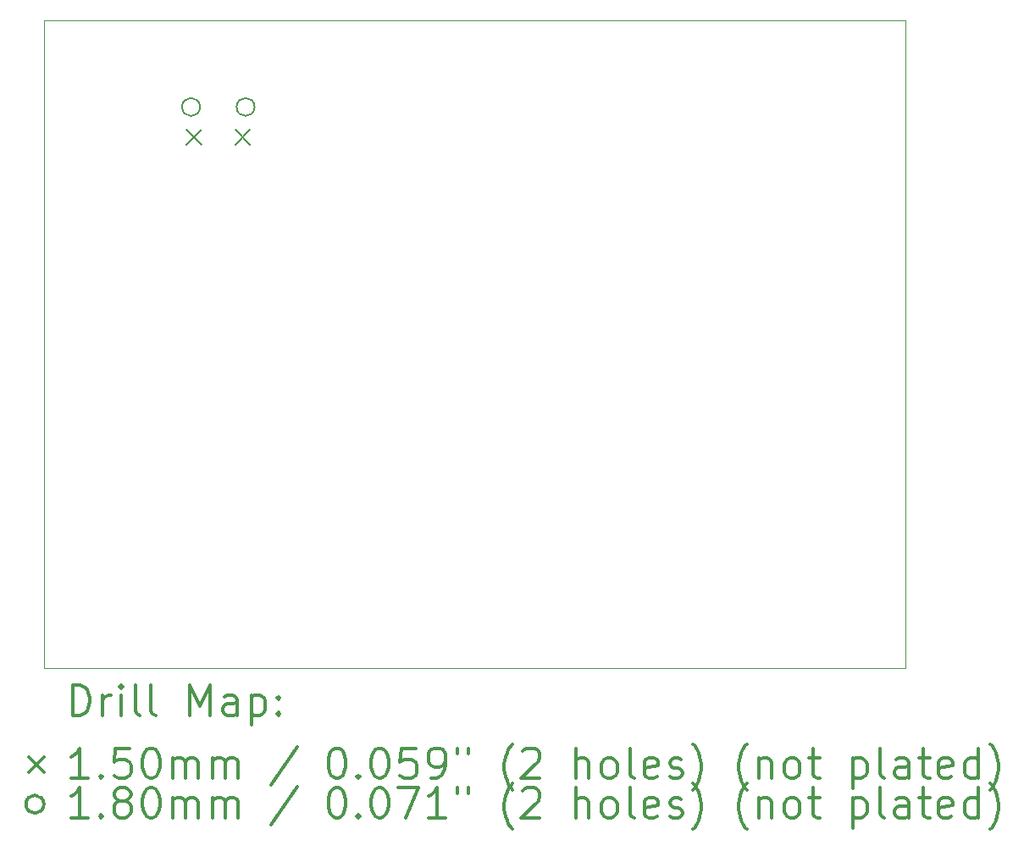
<source format=gbr>
%FSLAX45Y45*%
G04 Gerber Fmt 4.5, Leading zero omitted, Abs format (unit mm)*
G04 Created by KiCad (PCBNEW (5.1.9)-1) date 2022-01-22 22:11:41*
%MOMM*%
%LPD*%
G01*
G04 APERTURE LIST*
%TA.AperFunction,Profile*%
%ADD10C,0.100000*%
%TD*%
%ADD11C,0.200000*%
%ADD12C,0.300000*%
G04 APERTURE END LIST*
D10*
X10820400Y-2184400D02*
X10820400Y-8661400D01*
X2209800Y-2184400D02*
X10820400Y-2184400D01*
X2209800Y-8661400D02*
X2209800Y-2184400D01*
X10820400Y-8661400D02*
X2209800Y-8661400D01*
D11*
X3630500Y-3278800D02*
X3780500Y-3428800D01*
X3780500Y-3278800D02*
X3630500Y-3428800D01*
X4115500Y-3278800D02*
X4265500Y-3428800D01*
X4265500Y-3278800D02*
X4115500Y-3428800D01*
X3765500Y-3050800D02*
G75*
G03*
X3765500Y-3050800I-90000J0D01*
G01*
X4310500Y-3050800D02*
G75*
G03*
X4310500Y-3050800I-90000J0D01*
G01*
D12*
X2491228Y-9132114D02*
X2491228Y-8832114D01*
X2562657Y-8832114D01*
X2605514Y-8846400D01*
X2634086Y-8874972D01*
X2648371Y-8903543D01*
X2662657Y-8960686D01*
X2662657Y-9003543D01*
X2648371Y-9060686D01*
X2634086Y-9089257D01*
X2605514Y-9117829D01*
X2562657Y-9132114D01*
X2491228Y-9132114D01*
X2791228Y-9132114D02*
X2791228Y-8932114D01*
X2791228Y-8989257D02*
X2805514Y-8960686D01*
X2819800Y-8946400D01*
X2848371Y-8932114D01*
X2876943Y-8932114D01*
X2976943Y-9132114D02*
X2976943Y-8932114D01*
X2976943Y-8832114D02*
X2962657Y-8846400D01*
X2976943Y-8860686D01*
X2991228Y-8846400D01*
X2976943Y-8832114D01*
X2976943Y-8860686D01*
X3162657Y-9132114D02*
X3134086Y-9117829D01*
X3119800Y-9089257D01*
X3119800Y-8832114D01*
X3319800Y-9132114D02*
X3291228Y-9117829D01*
X3276943Y-9089257D01*
X3276943Y-8832114D01*
X3662657Y-9132114D02*
X3662657Y-8832114D01*
X3762657Y-9046400D01*
X3862657Y-8832114D01*
X3862657Y-9132114D01*
X4134086Y-9132114D02*
X4134086Y-8974972D01*
X4119800Y-8946400D01*
X4091228Y-8932114D01*
X4034086Y-8932114D01*
X4005514Y-8946400D01*
X4134086Y-9117829D02*
X4105514Y-9132114D01*
X4034086Y-9132114D01*
X4005514Y-9117829D01*
X3991228Y-9089257D01*
X3991228Y-9060686D01*
X4005514Y-9032114D01*
X4034086Y-9017829D01*
X4105514Y-9017829D01*
X4134086Y-9003543D01*
X4276943Y-8932114D02*
X4276943Y-9232114D01*
X4276943Y-8946400D02*
X4305514Y-8932114D01*
X4362657Y-8932114D01*
X4391228Y-8946400D01*
X4405514Y-8960686D01*
X4419800Y-8989257D01*
X4419800Y-9074972D01*
X4405514Y-9103543D01*
X4391228Y-9117829D01*
X4362657Y-9132114D01*
X4305514Y-9132114D01*
X4276943Y-9117829D01*
X4548371Y-9103543D02*
X4562657Y-9117829D01*
X4548371Y-9132114D01*
X4534086Y-9117829D01*
X4548371Y-9103543D01*
X4548371Y-9132114D01*
X4548371Y-8946400D02*
X4562657Y-8960686D01*
X4548371Y-8974972D01*
X4534086Y-8960686D01*
X4548371Y-8946400D01*
X4548371Y-8974972D01*
X2054800Y-9551400D02*
X2204800Y-9701400D01*
X2204800Y-9551400D02*
X2054800Y-9701400D01*
X2648371Y-9762114D02*
X2476943Y-9762114D01*
X2562657Y-9762114D02*
X2562657Y-9462114D01*
X2534086Y-9504972D01*
X2505514Y-9533543D01*
X2476943Y-9547829D01*
X2776943Y-9733543D02*
X2791228Y-9747829D01*
X2776943Y-9762114D01*
X2762657Y-9747829D01*
X2776943Y-9733543D01*
X2776943Y-9762114D01*
X3062657Y-9462114D02*
X2919800Y-9462114D01*
X2905514Y-9604972D01*
X2919800Y-9590686D01*
X2948371Y-9576400D01*
X3019800Y-9576400D01*
X3048371Y-9590686D01*
X3062657Y-9604972D01*
X3076943Y-9633543D01*
X3076943Y-9704972D01*
X3062657Y-9733543D01*
X3048371Y-9747829D01*
X3019800Y-9762114D01*
X2948371Y-9762114D01*
X2919800Y-9747829D01*
X2905514Y-9733543D01*
X3262657Y-9462114D02*
X3291228Y-9462114D01*
X3319800Y-9476400D01*
X3334086Y-9490686D01*
X3348371Y-9519257D01*
X3362657Y-9576400D01*
X3362657Y-9647829D01*
X3348371Y-9704972D01*
X3334086Y-9733543D01*
X3319800Y-9747829D01*
X3291228Y-9762114D01*
X3262657Y-9762114D01*
X3234086Y-9747829D01*
X3219800Y-9733543D01*
X3205514Y-9704972D01*
X3191228Y-9647829D01*
X3191228Y-9576400D01*
X3205514Y-9519257D01*
X3219800Y-9490686D01*
X3234086Y-9476400D01*
X3262657Y-9462114D01*
X3491228Y-9762114D02*
X3491228Y-9562114D01*
X3491228Y-9590686D02*
X3505514Y-9576400D01*
X3534086Y-9562114D01*
X3576943Y-9562114D01*
X3605514Y-9576400D01*
X3619800Y-9604972D01*
X3619800Y-9762114D01*
X3619800Y-9604972D02*
X3634086Y-9576400D01*
X3662657Y-9562114D01*
X3705514Y-9562114D01*
X3734086Y-9576400D01*
X3748371Y-9604972D01*
X3748371Y-9762114D01*
X3891228Y-9762114D02*
X3891228Y-9562114D01*
X3891228Y-9590686D02*
X3905514Y-9576400D01*
X3934086Y-9562114D01*
X3976943Y-9562114D01*
X4005514Y-9576400D01*
X4019800Y-9604972D01*
X4019800Y-9762114D01*
X4019800Y-9604972D02*
X4034086Y-9576400D01*
X4062657Y-9562114D01*
X4105514Y-9562114D01*
X4134086Y-9576400D01*
X4148371Y-9604972D01*
X4148371Y-9762114D01*
X4734086Y-9447829D02*
X4476943Y-9833543D01*
X5119800Y-9462114D02*
X5148371Y-9462114D01*
X5176943Y-9476400D01*
X5191228Y-9490686D01*
X5205514Y-9519257D01*
X5219800Y-9576400D01*
X5219800Y-9647829D01*
X5205514Y-9704972D01*
X5191228Y-9733543D01*
X5176943Y-9747829D01*
X5148371Y-9762114D01*
X5119800Y-9762114D01*
X5091228Y-9747829D01*
X5076943Y-9733543D01*
X5062657Y-9704972D01*
X5048371Y-9647829D01*
X5048371Y-9576400D01*
X5062657Y-9519257D01*
X5076943Y-9490686D01*
X5091228Y-9476400D01*
X5119800Y-9462114D01*
X5348371Y-9733543D02*
X5362657Y-9747829D01*
X5348371Y-9762114D01*
X5334086Y-9747829D01*
X5348371Y-9733543D01*
X5348371Y-9762114D01*
X5548371Y-9462114D02*
X5576943Y-9462114D01*
X5605514Y-9476400D01*
X5619800Y-9490686D01*
X5634086Y-9519257D01*
X5648371Y-9576400D01*
X5648371Y-9647829D01*
X5634086Y-9704972D01*
X5619800Y-9733543D01*
X5605514Y-9747829D01*
X5576943Y-9762114D01*
X5548371Y-9762114D01*
X5519800Y-9747829D01*
X5505514Y-9733543D01*
X5491228Y-9704972D01*
X5476943Y-9647829D01*
X5476943Y-9576400D01*
X5491228Y-9519257D01*
X5505514Y-9490686D01*
X5519800Y-9476400D01*
X5548371Y-9462114D01*
X5919800Y-9462114D02*
X5776943Y-9462114D01*
X5762657Y-9604972D01*
X5776943Y-9590686D01*
X5805514Y-9576400D01*
X5876943Y-9576400D01*
X5905514Y-9590686D01*
X5919800Y-9604972D01*
X5934086Y-9633543D01*
X5934086Y-9704972D01*
X5919800Y-9733543D01*
X5905514Y-9747829D01*
X5876943Y-9762114D01*
X5805514Y-9762114D01*
X5776943Y-9747829D01*
X5762657Y-9733543D01*
X6076943Y-9762114D02*
X6134086Y-9762114D01*
X6162657Y-9747829D01*
X6176943Y-9733543D01*
X6205514Y-9690686D01*
X6219800Y-9633543D01*
X6219800Y-9519257D01*
X6205514Y-9490686D01*
X6191228Y-9476400D01*
X6162657Y-9462114D01*
X6105514Y-9462114D01*
X6076943Y-9476400D01*
X6062657Y-9490686D01*
X6048371Y-9519257D01*
X6048371Y-9590686D01*
X6062657Y-9619257D01*
X6076943Y-9633543D01*
X6105514Y-9647829D01*
X6162657Y-9647829D01*
X6191228Y-9633543D01*
X6205514Y-9619257D01*
X6219800Y-9590686D01*
X6334086Y-9462114D02*
X6334086Y-9519257D01*
X6448371Y-9462114D02*
X6448371Y-9519257D01*
X6891228Y-9876400D02*
X6876943Y-9862114D01*
X6848371Y-9819257D01*
X6834086Y-9790686D01*
X6819800Y-9747829D01*
X6805514Y-9676400D01*
X6805514Y-9619257D01*
X6819800Y-9547829D01*
X6834086Y-9504972D01*
X6848371Y-9476400D01*
X6876943Y-9433543D01*
X6891228Y-9419257D01*
X6991228Y-9490686D02*
X7005514Y-9476400D01*
X7034086Y-9462114D01*
X7105514Y-9462114D01*
X7134086Y-9476400D01*
X7148371Y-9490686D01*
X7162657Y-9519257D01*
X7162657Y-9547829D01*
X7148371Y-9590686D01*
X6976943Y-9762114D01*
X7162657Y-9762114D01*
X7519800Y-9762114D02*
X7519800Y-9462114D01*
X7648371Y-9762114D02*
X7648371Y-9604972D01*
X7634086Y-9576400D01*
X7605514Y-9562114D01*
X7562657Y-9562114D01*
X7534086Y-9576400D01*
X7519800Y-9590686D01*
X7834086Y-9762114D02*
X7805514Y-9747829D01*
X7791228Y-9733543D01*
X7776943Y-9704972D01*
X7776943Y-9619257D01*
X7791228Y-9590686D01*
X7805514Y-9576400D01*
X7834086Y-9562114D01*
X7876943Y-9562114D01*
X7905514Y-9576400D01*
X7919800Y-9590686D01*
X7934086Y-9619257D01*
X7934086Y-9704972D01*
X7919800Y-9733543D01*
X7905514Y-9747829D01*
X7876943Y-9762114D01*
X7834086Y-9762114D01*
X8105514Y-9762114D02*
X8076943Y-9747829D01*
X8062657Y-9719257D01*
X8062657Y-9462114D01*
X8334086Y-9747829D02*
X8305514Y-9762114D01*
X8248371Y-9762114D01*
X8219800Y-9747829D01*
X8205514Y-9719257D01*
X8205514Y-9604972D01*
X8219800Y-9576400D01*
X8248371Y-9562114D01*
X8305514Y-9562114D01*
X8334086Y-9576400D01*
X8348371Y-9604972D01*
X8348371Y-9633543D01*
X8205514Y-9662114D01*
X8462657Y-9747829D02*
X8491228Y-9762114D01*
X8548371Y-9762114D01*
X8576943Y-9747829D01*
X8591228Y-9719257D01*
X8591228Y-9704972D01*
X8576943Y-9676400D01*
X8548371Y-9662114D01*
X8505514Y-9662114D01*
X8476943Y-9647829D01*
X8462657Y-9619257D01*
X8462657Y-9604972D01*
X8476943Y-9576400D01*
X8505514Y-9562114D01*
X8548371Y-9562114D01*
X8576943Y-9576400D01*
X8691228Y-9876400D02*
X8705514Y-9862114D01*
X8734086Y-9819257D01*
X8748371Y-9790686D01*
X8762657Y-9747829D01*
X8776943Y-9676400D01*
X8776943Y-9619257D01*
X8762657Y-9547829D01*
X8748371Y-9504972D01*
X8734086Y-9476400D01*
X8705514Y-9433543D01*
X8691228Y-9419257D01*
X9234086Y-9876400D02*
X9219800Y-9862114D01*
X9191228Y-9819257D01*
X9176943Y-9790686D01*
X9162657Y-9747829D01*
X9148371Y-9676400D01*
X9148371Y-9619257D01*
X9162657Y-9547829D01*
X9176943Y-9504972D01*
X9191228Y-9476400D01*
X9219800Y-9433543D01*
X9234086Y-9419257D01*
X9348371Y-9562114D02*
X9348371Y-9762114D01*
X9348371Y-9590686D02*
X9362657Y-9576400D01*
X9391228Y-9562114D01*
X9434086Y-9562114D01*
X9462657Y-9576400D01*
X9476943Y-9604972D01*
X9476943Y-9762114D01*
X9662657Y-9762114D02*
X9634086Y-9747829D01*
X9619800Y-9733543D01*
X9605514Y-9704972D01*
X9605514Y-9619257D01*
X9619800Y-9590686D01*
X9634086Y-9576400D01*
X9662657Y-9562114D01*
X9705514Y-9562114D01*
X9734086Y-9576400D01*
X9748371Y-9590686D01*
X9762657Y-9619257D01*
X9762657Y-9704972D01*
X9748371Y-9733543D01*
X9734086Y-9747829D01*
X9705514Y-9762114D01*
X9662657Y-9762114D01*
X9848371Y-9562114D02*
X9962657Y-9562114D01*
X9891228Y-9462114D02*
X9891228Y-9719257D01*
X9905514Y-9747829D01*
X9934086Y-9762114D01*
X9962657Y-9762114D01*
X10291228Y-9562114D02*
X10291228Y-9862114D01*
X10291228Y-9576400D02*
X10319800Y-9562114D01*
X10376943Y-9562114D01*
X10405514Y-9576400D01*
X10419800Y-9590686D01*
X10434086Y-9619257D01*
X10434086Y-9704972D01*
X10419800Y-9733543D01*
X10405514Y-9747829D01*
X10376943Y-9762114D01*
X10319800Y-9762114D01*
X10291228Y-9747829D01*
X10605514Y-9762114D02*
X10576943Y-9747829D01*
X10562657Y-9719257D01*
X10562657Y-9462114D01*
X10848371Y-9762114D02*
X10848371Y-9604972D01*
X10834086Y-9576400D01*
X10805514Y-9562114D01*
X10748371Y-9562114D01*
X10719800Y-9576400D01*
X10848371Y-9747829D02*
X10819800Y-9762114D01*
X10748371Y-9762114D01*
X10719800Y-9747829D01*
X10705514Y-9719257D01*
X10705514Y-9690686D01*
X10719800Y-9662114D01*
X10748371Y-9647829D01*
X10819800Y-9647829D01*
X10848371Y-9633543D01*
X10948371Y-9562114D02*
X11062657Y-9562114D01*
X10991228Y-9462114D02*
X10991228Y-9719257D01*
X11005514Y-9747829D01*
X11034086Y-9762114D01*
X11062657Y-9762114D01*
X11276943Y-9747829D02*
X11248371Y-9762114D01*
X11191228Y-9762114D01*
X11162657Y-9747829D01*
X11148371Y-9719257D01*
X11148371Y-9604972D01*
X11162657Y-9576400D01*
X11191228Y-9562114D01*
X11248371Y-9562114D01*
X11276943Y-9576400D01*
X11291228Y-9604972D01*
X11291228Y-9633543D01*
X11148371Y-9662114D01*
X11548371Y-9762114D02*
X11548371Y-9462114D01*
X11548371Y-9747829D02*
X11519800Y-9762114D01*
X11462657Y-9762114D01*
X11434086Y-9747829D01*
X11419800Y-9733543D01*
X11405514Y-9704972D01*
X11405514Y-9619257D01*
X11419800Y-9590686D01*
X11434086Y-9576400D01*
X11462657Y-9562114D01*
X11519800Y-9562114D01*
X11548371Y-9576400D01*
X11662657Y-9876400D02*
X11676943Y-9862114D01*
X11705514Y-9819257D01*
X11719800Y-9790686D01*
X11734086Y-9747829D01*
X11748371Y-9676400D01*
X11748371Y-9619257D01*
X11734086Y-9547829D01*
X11719800Y-9504972D01*
X11705514Y-9476400D01*
X11676943Y-9433543D01*
X11662657Y-9419257D01*
X2204800Y-10022400D02*
G75*
G03*
X2204800Y-10022400I-90000J0D01*
G01*
X2648371Y-10158114D02*
X2476943Y-10158114D01*
X2562657Y-10158114D02*
X2562657Y-9858114D01*
X2534086Y-9900972D01*
X2505514Y-9929543D01*
X2476943Y-9943829D01*
X2776943Y-10129543D02*
X2791228Y-10143829D01*
X2776943Y-10158114D01*
X2762657Y-10143829D01*
X2776943Y-10129543D01*
X2776943Y-10158114D01*
X2962657Y-9986686D02*
X2934086Y-9972400D01*
X2919800Y-9958114D01*
X2905514Y-9929543D01*
X2905514Y-9915257D01*
X2919800Y-9886686D01*
X2934086Y-9872400D01*
X2962657Y-9858114D01*
X3019800Y-9858114D01*
X3048371Y-9872400D01*
X3062657Y-9886686D01*
X3076943Y-9915257D01*
X3076943Y-9929543D01*
X3062657Y-9958114D01*
X3048371Y-9972400D01*
X3019800Y-9986686D01*
X2962657Y-9986686D01*
X2934086Y-10000972D01*
X2919800Y-10015257D01*
X2905514Y-10043829D01*
X2905514Y-10100972D01*
X2919800Y-10129543D01*
X2934086Y-10143829D01*
X2962657Y-10158114D01*
X3019800Y-10158114D01*
X3048371Y-10143829D01*
X3062657Y-10129543D01*
X3076943Y-10100972D01*
X3076943Y-10043829D01*
X3062657Y-10015257D01*
X3048371Y-10000972D01*
X3019800Y-9986686D01*
X3262657Y-9858114D02*
X3291228Y-9858114D01*
X3319800Y-9872400D01*
X3334086Y-9886686D01*
X3348371Y-9915257D01*
X3362657Y-9972400D01*
X3362657Y-10043829D01*
X3348371Y-10100972D01*
X3334086Y-10129543D01*
X3319800Y-10143829D01*
X3291228Y-10158114D01*
X3262657Y-10158114D01*
X3234086Y-10143829D01*
X3219800Y-10129543D01*
X3205514Y-10100972D01*
X3191228Y-10043829D01*
X3191228Y-9972400D01*
X3205514Y-9915257D01*
X3219800Y-9886686D01*
X3234086Y-9872400D01*
X3262657Y-9858114D01*
X3491228Y-10158114D02*
X3491228Y-9958114D01*
X3491228Y-9986686D02*
X3505514Y-9972400D01*
X3534086Y-9958114D01*
X3576943Y-9958114D01*
X3605514Y-9972400D01*
X3619800Y-10000972D01*
X3619800Y-10158114D01*
X3619800Y-10000972D02*
X3634086Y-9972400D01*
X3662657Y-9958114D01*
X3705514Y-9958114D01*
X3734086Y-9972400D01*
X3748371Y-10000972D01*
X3748371Y-10158114D01*
X3891228Y-10158114D02*
X3891228Y-9958114D01*
X3891228Y-9986686D02*
X3905514Y-9972400D01*
X3934086Y-9958114D01*
X3976943Y-9958114D01*
X4005514Y-9972400D01*
X4019800Y-10000972D01*
X4019800Y-10158114D01*
X4019800Y-10000972D02*
X4034086Y-9972400D01*
X4062657Y-9958114D01*
X4105514Y-9958114D01*
X4134086Y-9972400D01*
X4148371Y-10000972D01*
X4148371Y-10158114D01*
X4734086Y-9843829D02*
X4476943Y-10229543D01*
X5119800Y-9858114D02*
X5148371Y-9858114D01*
X5176943Y-9872400D01*
X5191228Y-9886686D01*
X5205514Y-9915257D01*
X5219800Y-9972400D01*
X5219800Y-10043829D01*
X5205514Y-10100972D01*
X5191228Y-10129543D01*
X5176943Y-10143829D01*
X5148371Y-10158114D01*
X5119800Y-10158114D01*
X5091228Y-10143829D01*
X5076943Y-10129543D01*
X5062657Y-10100972D01*
X5048371Y-10043829D01*
X5048371Y-9972400D01*
X5062657Y-9915257D01*
X5076943Y-9886686D01*
X5091228Y-9872400D01*
X5119800Y-9858114D01*
X5348371Y-10129543D02*
X5362657Y-10143829D01*
X5348371Y-10158114D01*
X5334086Y-10143829D01*
X5348371Y-10129543D01*
X5348371Y-10158114D01*
X5548371Y-9858114D02*
X5576943Y-9858114D01*
X5605514Y-9872400D01*
X5619800Y-9886686D01*
X5634086Y-9915257D01*
X5648371Y-9972400D01*
X5648371Y-10043829D01*
X5634086Y-10100972D01*
X5619800Y-10129543D01*
X5605514Y-10143829D01*
X5576943Y-10158114D01*
X5548371Y-10158114D01*
X5519800Y-10143829D01*
X5505514Y-10129543D01*
X5491228Y-10100972D01*
X5476943Y-10043829D01*
X5476943Y-9972400D01*
X5491228Y-9915257D01*
X5505514Y-9886686D01*
X5519800Y-9872400D01*
X5548371Y-9858114D01*
X5748371Y-9858114D02*
X5948371Y-9858114D01*
X5819800Y-10158114D01*
X6219800Y-10158114D02*
X6048371Y-10158114D01*
X6134086Y-10158114D02*
X6134086Y-9858114D01*
X6105514Y-9900972D01*
X6076943Y-9929543D01*
X6048371Y-9943829D01*
X6334086Y-9858114D02*
X6334086Y-9915257D01*
X6448371Y-9858114D02*
X6448371Y-9915257D01*
X6891228Y-10272400D02*
X6876943Y-10258114D01*
X6848371Y-10215257D01*
X6834086Y-10186686D01*
X6819800Y-10143829D01*
X6805514Y-10072400D01*
X6805514Y-10015257D01*
X6819800Y-9943829D01*
X6834086Y-9900972D01*
X6848371Y-9872400D01*
X6876943Y-9829543D01*
X6891228Y-9815257D01*
X6991228Y-9886686D02*
X7005514Y-9872400D01*
X7034086Y-9858114D01*
X7105514Y-9858114D01*
X7134086Y-9872400D01*
X7148371Y-9886686D01*
X7162657Y-9915257D01*
X7162657Y-9943829D01*
X7148371Y-9986686D01*
X6976943Y-10158114D01*
X7162657Y-10158114D01*
X7519800Y-10158114D02*
X7519800Y-9858114D01*
X7648371Y-10158114D02*
X7648371Y-10000972D01*
X7634086Y-9972400D01*
X7605514Y-9958114D01*
X7562657Y-9958114D01*
X7534086Y-9972400D01*
X7519800Y-9986686D01*
X7834086Y-10158114D02*
X7805514Y-10143829D01*
X7791228Y-10129543D01*
X7776943Y-10100972D01*
X7776943Y-10015257D01*
X7791228Y-9986686D01*
X7805514Y-9972400D01*
X7834086Y-9958114D01*
X7876943Y-9958114D01*
X7905514Y-9972400D01*
X7919800Y-9986686D01*
X7934086Y-10015257D01*
X7934086Y-10100972D01*
X7919800Y-10129543D01*
X7905514Y-10143829D01*
X7876943Y-10158114D01*
X7834086Y-10158114D01*
X8105514Y-10158114D02*
X8076943Y-10143829D01*
X8062657Y-10115257D01*
X8062657Y-9858114D01*
X8334086Y-10143829D02*
X8305514Y-10158114D01*
X8248371Y-10158114D01*
X8219800Y-10143829D01*
X8205514Y-10115257D01*
X8205514Y-10000972D01*
X8219800Y-9972400D01*
X8248371Y-9958114D01*
X8305514Y-9958114D01*
X8334086Y-9972400D01*
X8348371Y-10000972D01*
X8348371Y-10029543D01*
X8205514Y-10058114D01*
X8462657Y-10143829D02*
X8491228Y-10158114D01*
X8548371Y-10158114D01*
X8576943Y-10143829D01*
X8591228Y-10115257D01*
X8591228Y-10100972D01*
X8576943Y-10072400D01*
X8548371Y-10058114D01*
X8505514Y-10058114D01*
X8476943Y-10043829D01*
X8462657Y-10015257D01*
X8462657Y-10000972D01*
X8476943Y-9972400D01*
X8505514Y-9958114D01*
X8548371Y-9958114D01*
X8576943Y-9972400D01*
X8691228Y-10272400D02*
X8705514Y-10258114D01*
X8734086Y-10215257D01*
X8748371Y-10186686D01*
X8762657Y-10143829D01*
X8776943Y-10072400D01*
X8776943Y-10015257D01*
X8762657Y-9943829D01*
X8748371Y-9900972D01*
X8734086Y-9872400D01*
X8705514Y-9829543D01*
X8691228Y-9815257D01*
X9234086Y-10272400D02*
X9219800Y-10258114D01*
X9191228Y-10215257D01*
X9176943Y-10186686D01*
X9162657Y-10143829D01*
X9148371Y-10072400D01*
X9148371Y-10015257D01*
X9162657Y-9943829D01*
X9176943Y-9900972D01*
X9191228Y-9872400D01*
X9219800Y-9829543D01*
X9234086Y-9815257D01*
X9348371Y-9958114D02*
X9348371Y-10158114D01*
X9348371Y-9986686D02*
X9362657Y-9972400D01*
X9391228Y-9958114D01*
X9434086Y-9958114D01*
X9462657Y-9972400D01*
X9476943Y-10000972D01*
X9476943Y-10158114D01*
X9662657Y-10158114D02*
X9634086Y-10143829D01*
X9619800Y-10129543D01*
X9605514Y-10100972D01*
X9605514Y-10015257D01*
X9619800Y-9986686D01*
X9634086Y-9972400D01*
X9662657Y-9958114D01*
X9705514Y-9958114D01*
X9734086Y-9972400D01*
X9748371Y-9986686D01*
X9762657Y-10015257D01*
X9762657Y-10100972D01*
X9748371Y-10129543D01*
X9734086Y-10143829D01*
X9705514Y-10158114D01*
X9662657Y-10158114D01*
X9848371Y-9958114D02*
X9962657Y-9958114D01*
X9891228Y-9858114D02*
X9891228Y-10115257D01*
X9905514Y-10143829D01*
X9934086Y-10158114D01*
X9962657Y-10158114D01*
X10291228Y-9958114D02*
X10291228Y-10258114D01*
X10291228Y-9972400D02*
X10319800Y-9958114D01*
X10376943Y-9958114D01*
X10405514Y-9972400D01*
X10419800Y-9986686D01*
X10434086Y-10015257D01*
X10434086Y-10100972D01*
X10419800Y-10129543D01*
X10405514Y-10143829D01*
X10376943Y-10158114D01*
X10319800Y-10158114D01*
X10291228Y-10143829D01*
X10605514Y-10158114D02*
X10576943Y-10143829D01*
X10562657Y-10115257D01*
X10562657Y-9858114D01*
X10848371Y-10158114D02*
X10848371Y-10000972D01*
X10834086Y-9972400D01*
X10805514Y-9958114D01*
X10748371Y-9958114D01*
X10719800Y-9972400D01*
X10848371Y-10143829D02*
X10819800Y-10158114D01*
X10748371Y-10158114D01*
X10719800Y-10143829D01*
X10705514Y-10115257D01*
X10705514Y-10086686D01*
X10719800Y-10058114D01*
X10748371Y-10043829D01*
X10819800Y-10043829D01*
X10848371Y-10029543D01*
X10948371Y-9958114D02*
X11062657Y-9958114D01*
X10991228Y-9858114D02*
X10991228Y-10115257D01*
X11005514Y-10143829D01*
X11034086Y-10158114D01*
X11062657Y-10158114D01*
X11276943Y-10143829D02*
X11248371Y-10158114D01*
X11191228Y-10158114D01*
X11162657Y-10143829D01*
X11148371Y-10115257D01*
X11148371Y-10000972D01*
X11162657Y-9972400D01*
X11191228Y-9958114D01*
X11248371Y-9958114D01*
X11276943Y-9972400D01*
X11291228Y-10000972D01*
X11291228Y-10029543D01*
X11148371Y-10058114D01*
X11548371Y-10158114D02*
X11548371Y-9858114D01*
X11548371Y-10143829D02*
X11519800Y-10158114D01*
X11462657Y-10158114D01*
X11434086Y-10143829D01*
X11419800Y-10129543D01*
X11405514Y-10100972D01*
X11405514Y-10015257D01*
X11419800Y-9986686D01*
X11434086Y-9972400D01*
X11462657Y-9958114D01*
X11519800Y-9958114D01*
X11548371Y-9972400D01*
X11662657Y-10272400D02*
X11676943Y-10258114D01*
X11705514Y-10215257D01*
X11719800Y-10186686D01*
X11734086Y-10143829D01*
X11748371Y-10072400D01*
X11748371Y-10015257D01*
X11734086Y-9943829D01*
X11719800Y-9900972D01*
X11705514Y-9872400D01*
X11676943Y-9829543D01*
X11662657Y-9815257D01*
M02*

</source>
